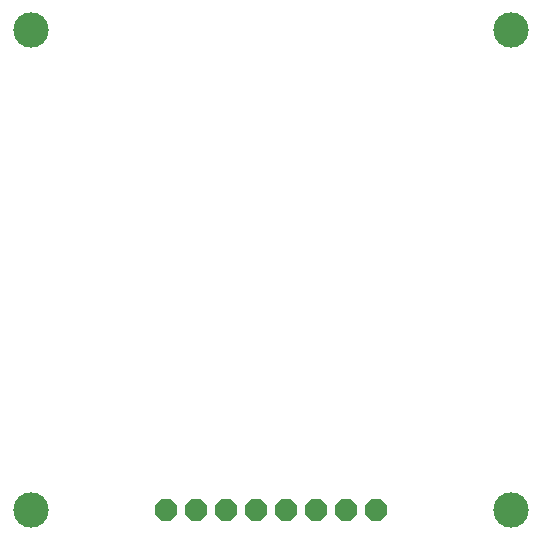
<source format=gbr>
%TF.GenerationSoftware,KiCad,Pcbnew,9.0.5*%
%TF.CreationDate,2025-10-17T16:28:27+07:00*%
%TF.ProjectId,Nokia 1202 breakout,4e6f6b69-6120-4313-9230-322062726561,rev?*%
%TF.SameCoordinates,Original*%
%TF.FileFunction,Soldermask,Bot*%
%TF.FilePolarity,Negative*%
%FSLAX46Y46*%
G04 Gerber Fmt 4.6, Leading zero omitted, Abs format (unit mm)*
G04 Created by KiCad (PCBNEW 9.0.5) date 2025-10-17 16:28:27*
%MOMM*%
%LPD*%
G01*
G04 APERTURE LIST*
G04 Aperture macros list*
%AMFreePoly0*
4,1,17,0.404157,0.924921,0.924921,0.404157,0.939800,0.368236,0.939800,-0.368236,0.924921,-0.404157,0.404157,-0.924921,0.368236,-0.939800,-0.368236,-0.939800,-0.404157,-0.924921,-0.924921,-0.404157,-0.939800,-0.368236,-0.939800,0.368236,-0.924921,0.404157,-0.404157,0.924921,-0.368236,0.939800,0.368236,0.939800,0.404157,0.924921,0.404157,0.924921,$1*%
G04 Aperture macros list end*
%ADD10FreePoly0,90.000000*%
%ADD11C,3.000000*%
G04 APERTURE END LIST*
D10*
%TO.C,JP1*%
X139621100Y-125317350D03*
X142161100Y-125317350D03*
X144701100Y-125317350D03*
X147241100Y-125317350D03*
X149781100Y-125317350D03*
X152321100Y-125317350D03*
X154861100Y-125317350D03*
X157401100Y-125317350D03*
%TD*%
D11*
%TO.C,UNK_HOLE_0*%
X128191100Y-84677350D03*
%TD*%
%TO.C,UNK_HOLE_3*%
X128191100Y-125317350D03*
%TD*%
%TO.C,UNK_HOLE_1*%
X168831100Y-84677350D03*
%TD*%
%TO.C,UNK_HOLE_2*%
X168831100Y-125317350D03*
%TD*%
M02*

</source>
